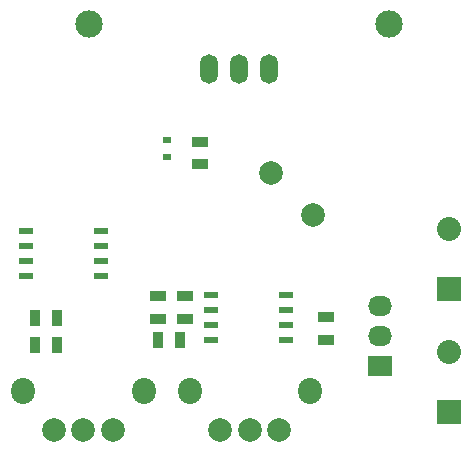
<source format=gbr>
G04 #@! TF.FileFunction,Soldermask,Top*
%FSLAX46Y46*%
G04 Gerber Fmt 4.6, Leading zero omitted, Abs format (unit mm)*
G04 Created by KiCad (PCBNEW 0.201503020946+5465~21~ubuntu14.04.1-product) date Tue 03 Mar 2015 21:19:53 CET*
%MOMM*%
G01*
G04 APERTURE LIST*
%ADD10C,0.100000*%
%ADD11R,0.700000X0.600000*%
%ADD12O,1.501140X2.499360*%
%ADD13R,1.397000X0.889000*%
%ADD14R,0.889000X1.397000*%
%ADD15R,1.143000X0.508000*%
%ADD16C,2.311400*%
%ADD17R,2.032000X2.032000*%
%ADD18O,2.032000X2.032000*%
%ADD19R,2.032000X1.727200*%
%ADD20O,2.032000X1.727200*%
%ADD21C,2.000000*%
%ADD22O,2.000000X2.200000*%
%ADD23C,1.998980*%
G04 APERTURE END LIST*
D10*
D11*
X110744000Y-64451000D03*
X110744000Y-65851000D03*
D12*
X116840000Y-58420000D03*
X114300000Y-58420000D03*
X119380000Y-58420000D03*
D13*
X113538000Y-64579500D03*
X113538000Y-66484500D03*
X109982000Y-77660500D03*
X109982000Y-79565500D03*
D14*
X101409500Y-79502000D03*
X99504500Y-79502000D03*
X99504500Y-81788000D03*
X101409500Y-81788000D03*
D13*
X112268000Y-77660500D03*
X112268000Y-79565500D03*
X124206000Y-81343500D03*
X124206000Y-79438500D03*
D14*
X111823500Y-81407000D03*
X109918500Y-81407000D03*
D15*
X105156000Y-72136000D03*
X105156000Y-73406000D03*
X105156000Y-74676000D03*
X105156000Y-75946000D03*
X98806000Y-75946000D03*
X98806000Y-74676000D03*
X98806000Y-73406000D03*
X98806000Y-72136000D03*
X120777000Y-77597000D03*
X120777000Y-78867000D03*
X120777000Y-80137000D03*
X120777000Y-81407000D03*
X114427000Y-81407000D03*
X114427000Y-80137000D03*
X114427000Y-78867000D03*
X114427000Y-77597000D03*
D16*
X104140000Y-54610000D03*
X129540000Y-54610000D03*
D17*
X134620000Y-87439500D03*
D18*
X134620000Y-82359500D03*
D17*
X134620000Y-77025500D03*
D18*
X134620000Y-71945500D03*
D19*
X128714500Y-83566000D03*
D20*
X128714500Y-81026000D03*
X128714500Y-78486000D03*
D21*
X120229000Y-89027000D03*
X117729000Y-89027000D03*
X115229000Y-89027000D03*
D22*
X122829000Y-85727000D03*
X112629000Y-85727000D03*
D21*
X106132000Y-89027000D03*
X103632000Y-89027000D03*
X101132000Y-89027000D03*
D22*
X108732000Y-85727000D03*
X98532000Y-85727000D03*
D23*
X119517686Y-67257186D03*
X123054110Y-70793610D03*
M02*

</source>
